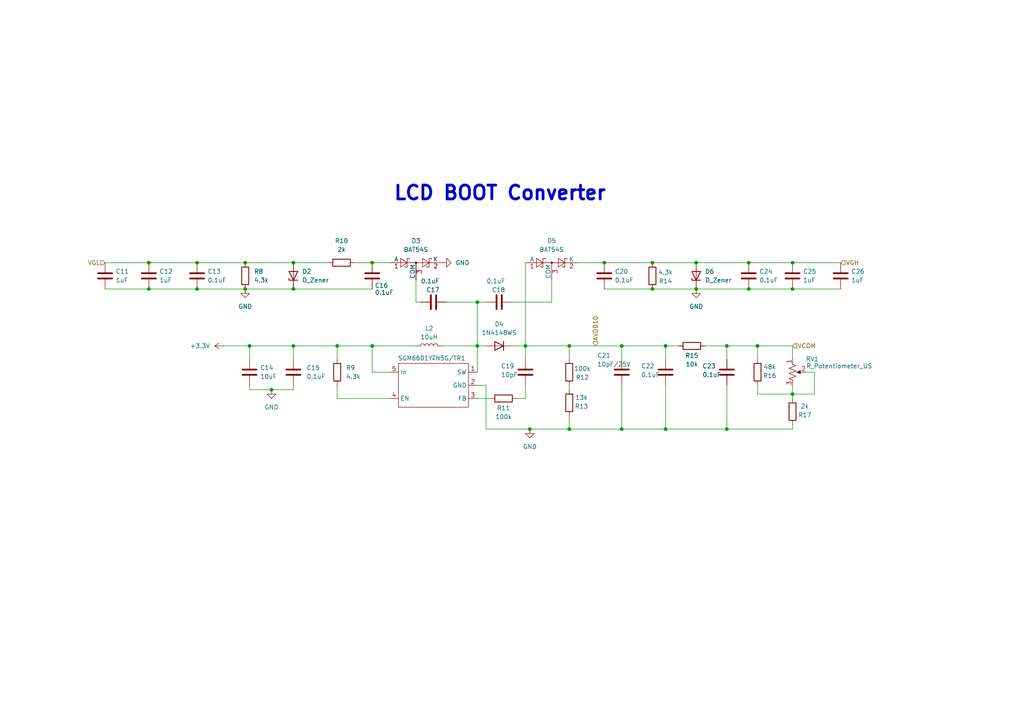
<source format=kicad_sch>
(kicad_sch (version 20231120) (generator "eeschema") (generator_version "8.0")
  (paper "A4")
  (lib_symbols
    (symbol "Device:C" (pin_numbers hide) (pin_names (offset 0.254))
      (property "Reference" "C" (at 0.635 2.54 0))
      (property "Value" "C" (at 0.635 -2.54 0))
      (symbol "C_0_1"
        (polyline (pts (xy -2.032 -0.762) (xy 2.032 -0.762)) (stroke (width 0.508)))
        (polyline (pts (xy -2.032 0.762) (xy 2.032 0.762)) (stroke (width 0.508)))
      )
      (symbol "C_1_1"
        (pin passive line (at 0 3.81 270) (length 2.794) (name "~") (number "1"))
        (pin passive line (at 0 -3.81 90) (length 2.794) (name "~") (number "2"))
      )
    )
    (symbol "Device:D_Zener" (pin_numbers hide) (pin_names (offset 1.016) hide)
      (property "Reference" "D" (at 0 2.54 0))
      (property "Value" "D_Zener" (at 0 -2.54 0))
      (symbol "D_Zener_0_1"
        (polyline (pts (xy 1.27 0) (xy -1.27 0)))
        (polyline (pts (xy -1.27 -1.27) (xy -1.27 1.27) (xy -0.762 1.27)) (stroke (width 0.254)))
        (polyline (pts (xy 1.27 -1.27) (xy 1.27 1.27) (xy -1.27 0) (xy 1.27 -1.27)) (stroke (width 0.254)))
      )
      (symbol "D_Zener_1_1"
        (pin passive line (at -3.81 0 0) (length 2.54) (name "K") (number "1"))
        (pin passive line (at 3.81 0 180) (length 2.54) (name "A") (number "2"))
      )
    )
    (symbol "Device:L" (pin_numbers hide) (pin_names (offset 1.016) hide)
      (property "Reference" "L" (at -1.27 0 90))
      (property "Value" "L" (at 1.905 0 90))
      (symbol "L_0_1"
        (arc (start 0 -2.54) (mid 0.6323 -1.905) (end 0 -1.27))
        (arc (start 0 -1.27) (mid 0.6323 -0.635) (end 0 0))
        (arc (start 0 0) (mid 0.6323 0.635) (end 0 1.27))
        (arc (start 0 1.27) (mid 0.6323 1.905) (end 0 2.54))
      )
      (symbol "L_1_1"
        (pin passive line (at 0 3.81 270) (length 1.27) (name "1") (number "1"))
        (pin passive line (at 0 -3.81 90) (length 1.27) (name "2") (number "2"))
      )
    )
    (symbol "Device:R" (pin_numbers hide) (pin_names (offset 0))
      (property "Reference" "R" (at 2.032 0 90))
      (property "Value" "R" (at 0 0 90))
      (symbol "R_0_1"
        (rectangle (start -1.016 -2.54) (end 1.016 2.54) (stroke (width 0.254)))
      )
      (symbol "R_1_1"
        (pin passive line (at 0 3.81 270) (length 1.27) (name "~") (number "1"))
        (pin passive line (at 0 -3.81 90) (length 1.27) (name "~") (number "2"))
      )
    )
    (symbol "Device:R_Potentiometer_US" (pin_names (offset 1.016) hide)
      (property "Reference" "RV" (at -4.445 0 90))
      (property "Value" "R_Potentiometer_US" (at -2.54 0 90))
      (symbol "R_Potentiometer_US_0_1"
        (polyline (pts (xy 0 -2.286) (xy 0 -2.54)))
        (polyline (pts (xy 0 2.54) (xy 0 2.286)))
        (polyline (pts (xy 2.54 0) (xy 1.524 0)))
        (polyline (pts (xy 1.143 0) (xy 2.286 0.508) (xy 2.286 -0.508) (xy 1.143 0)) (fill (type outline)))
        (polyline (pts (xy 0 -0.762) (xy 1.016 -1.143) (xy 0 -1.524) (xy -1.016 -1.905) (xy 0 -2.286)))
        (polyline (pts (xy 0 0.762) (xy 1.016 0.381) (xy 0 0) (xy -1.016 -0.381) (xy 0 -0.762)))
        (polyline (pts (xy 0 2.286) (xy 1.016 1.905) (xy 0 1.524) (xy -1.016 1.143) (xy 0 0.762)))
      )
      (symbol "R_Potentiometer_US_1_1"
        (pin passive line (at 0 3.81 270) (length 1.27) (name "1") (number "1"))
        (pin passive line (at 3.81 0 180) (length 1.27) (name "2") (number "2"))
        (pin passive line (at 0 -3.81 90) (length 1.27) (name "3") (number "3"))
      )
    )
    (symbol "Diode:1N4148WS" (pin_numbers hide) (pin_names hide)
      (property "Reference" "D" (at 0 2.54 0))
      (property "Value" "1N4148WS" (at 0 -2.54 0))
      (symbol "1N4148WS_0_1"
        (polyline (pts (xy -1.27 1.27) (xy -1.27 -1.27)) (stroke (width 0.254)))
        (polyline (pts (xy 1.27 0) (xy -1.27 0)))
        (polyline (pts (xy 1.27 1.27) (xy 1.27 -1.27) (xy -1.27 0) (xy 1.27 1.27)) (stroke (width 0.254)))
      )
      (symbol "1N4148WS_1_1"
        (pin passive line (at -3.81 0 0) (length 2.54) (name "K") (number "1"))
        (pin passive line (at 3.81 0 180) (length 2.54) (name "A") (number "2"))
      )
    )
    (symbol "Diode:BAT54S" (pin_names (offset 0))
      (property "Reference" "D" (at 2.54 -5.08 0))
      (property "Value" "BAT54S" (at -6.35 3.175 0))
      (symbol "BAT54S_0_1"
        (polyline (pts (xy -3.81 0) (xy -1.27 0)))
        (polyline (pts (xy -3.175 -1.27) (xy -3.175 -1.016)))
        (polyline (pts (xy -2.54 -1.27) (xy -3.175 -1.27)))
        (polyline (pts (xy -2.54 -1.27) (xy -2.54 1.27)))
        (polyline (pts (xy -2.54 1.27) (xy -1.905 1.27)))
        (polyline (pts (xy -1.905 0) (xy 1.905 0)))
        (polyline (pts (xy -1.905 1.27) (xy -1.905 1.016)))
        (polyline (pts (xy 1.27 0) (xy 3.81 0)))
        (polyline (pts (xy 3.175 -1.27) (xy 3.175 -1.016)))
        (polyline (pts (xy 3.81 -1.27) (xy 3.175 -1.27)))
        (polyline (pts (xy 3.81 -1.27) (xy 3.81 1.27)))
        (polyline (pts (xy 3.81 1.27) (xy 4.445 1.27)))
        (polyline (pts (xy 4.445 1.27) (xy 4.445 1.016)))
        (polyline (pts (xy -4.445 1.27) (xy -4.445 -1.27) (xy -2.54 0) (xy -4.445 1.27)))
        (polyline (pts (xy 1.905 1.27) (xy 1.905 -1.27) (xy 3.81 0) (xy 1.905 1.27)))
        (circle (center 0 0) (radius 0.254) (fill (type outline)))
      )
      (symbol "BAT54S_1_1"
        (pin passive line (at -7.62 0 0) (length 3.81) (name "A") (number "1"))
        (pin passive line (at 7.62 0 180) (length 3.81) (name "K") (number "2"))
        (pin passive line (at 0 -5.08 90) (length 5.08) (name "COM") (number "3"))
      )
    )
    (symbol "boot converter-LCD:SGM6601YTN5G/TR"
      (property "Reference" "SGM6601YTN5G/TR" (at 0 2.286 0))
      (symbol "SGM6601YTN5G/TR_0_1"
        (rectangle (start -10.16 0) (end 10.16 -12.7))
      )
      (symbol "SGM6601YTN5G/TR_1_1"
        (pin input line (at 12.7 -2.54 180) (length 2.54) (name "SW") (number "1"))
        (pin input line (at 12.7 -6.35 180) (length 2.54) (name "GND") (number "2"))
        (pin input line (at 12.7 -10.16 180) (length 2.54) (name "FB") (number "3"))
        (pin input line (at -12.7 -10.16 0) (length 2.54) (name "EN") (number "4"))
        (pin input line (at -12.7 -2.54 0) (length 2.54) (name "In") (number "5"))
      )
    )
    (symbol "power:+3.3V" (power) (pin_numbers hide) (pin_names (offset 0) hide)
      (property "Value" "+3.3V" (at 0 3.556 0))
      (symbol "+3.3V_0_1"
        (polyline (pts (xy -0.762 1.27) (xy 0 2.54)))
        (polyline (pts (xy 0 0) (xy 0 2.54)))
        (polyline (pts (xy 0 2.54) (xy 0.762 1.27)))
      )
      (symbol "+3.3V_1_1"
        (pin power_in line (at 0 0 90) (length 0) (name "~") (number "1"))
      )
    )
    (symbol "power:GND" (power) (pin_numbers hide) (pin_names (offset 0) hide)
      (property "Value" "GND" (at 0 -3.81 0))
      (symbol "GND_0_1"
        (polyline (pts (xy 0 0) (xy 0 -1.27) (xy 1.27 -1.27) (xy 0 -2.54) (xy -1.27 -1.27) (xy 0 -1.27)))
      )
      (symbol "GND_1_1"
        (pin power_in line (at 0 0 270) (length 0) (name "~") (number "1"))
      )
    )
  )
  (junction (at 210.82 100.33))
  (junction (at 193.04 100.33))
  (junction (at 201.93 83.82))
  (junction (at 193.04 124.46))
  (junction (at 189.23 76.2))
  (junction (at 43.18 76.2))
  (junction (at 78.74 113.03))
  (junction (at 229.87 114.3))
  (junction (at 180.34 124.46))
  (junction (at 107.95 100.33))
  (junction (at 57.15 83.82))
  (junction (at 175.26 76.2))
  (junction (at 85.09 76.2))
  (junction (at 71.12 83.82))
  (junction (at 210.82 124.46))
  (junction (at 165.1 100.33))
  (junction (at 201.93 76.2))
  (junction (at 97.79 100.33))
  (junction (at 152.4 100.33))
  (junction (at 189.23 83.82))
  (junction (at 219.71 100.33))
  (junction (at 165.1 124.46))
  (junction (at 57.15 76.2))
  (junction (at 229.87 76.2))
  (junction (at 180.34 100.33))
  (junction (at 138.43 87.63))
  (junction (at 85.09 100.33))
  (junction (at 43.18 83.82))
  (junction (at 138.43 100.33))
  (junction (at 71.12 76.2))
  (junction (at 153.67 124.46))
  (junction (at 229.87 83.82))
  (junction (at 217.17 76.2))
  (junction (at 107.95 76.2))
  (junction (at 217.17 83.82))
  (junction (at 85.09 83.82))
  (junction (at 72.39 100.33))
  (wire (pts (xy 175.26 83.82) (xy 189.23 83.82)))
  (wire (pts (xy 210.82 124.46) (xy 193.04 124.46)))
  (wire (pts (xy 57.15 76.2) (xy 71.12 76.2)))
  (wire (pts (xy 152.4 100.33) (xy 152.4 104.14)))
  (wire (pts (xy 165.1 104.14) (xy 165.1 100.33)))
  (wire (pts (xy 189.23 76.2) (xy 201.93 76.2)))
  (wire (pts (xy 129.54 87.63) (xy 138.43 87.63)))
  (wire (pts (xy 152.4 76.2) (xy 152.4 100.33)))
  (wire (pts (xy 142.24 115.57) (xy 138.43 115.57)))
  (wire (pts (xy 219.71 114.3) (xy 219.71 111.76)))
  (wire (pts (xy 85.09 104.14) (xy 85.09 100.33)))
  (wire (pts (xy 85.09 113.03) (xy 85.09 111.76)))
  (wire (pts (xy 193.04 111.76) (xy 193.04 124.46)))
  (wire (pts (xy 160.02 87.63) (xy 160.02 81.28)))
  (wire (pts (xy 229.87 124.46) (xy 210.82 124.46)))
  (wire (pts (xy 43.18 83.82) (xy 57.15 83.82)))
  (wire (pts (xy 193.04 100.33) (xy 196.85 100.33)))
  (wire (pts (xy 30.48 76.2) (xy 43.18 76.2)))
  (wire (pts (xy 217.17 76.2) (xy 229.87 76.2)))
  (wire (pts (xy 180.34 100.33) (xy 165.1 100.33)))
  (wire (pts (xy 107.95 100.33) (xy 120.65 100.33)))
  (wire (pts (xy 85.09 100.33) (xy 97.79 100.33)))
  (wire (pts (xy 140.97 111.76) (xy 140.97 124.46)))
  (wire (pts (xy 201.93 83.82) (xy 217.17 83.82)))
  (wire (pts (xy 138.43 100.33) (xy 140.97 100.33)))
  (wire (pts (xy 85.09 76.2) (xy 95.25 76.2)))
  (wire (pts (xy 71.12 76.2) (xy 85.09 76.2)))
  (wire (pts (xy 138.43 87.63) (xy 138.43 100.33)))
  (wire (pts (xy 153.67 124.46) (xy 165.1 124.46)))
  (wire (pts (xy 107.95 107.95) (xy 107.95 100.33)))
  (wire (pts (xy 97.79 115.57) (xy 97.79 111.76)))
  (wire (pts (xy 219.71 114.3) (xy 229.87 114.3)))
  (wire (pts (xy 180.34 111.76) (xy 180.34 124.46)))
  (wire (pts (xy 236.22 107.95) (xy 236.22 114.3)))
  (wire (pts (xy 57.15 83.82) (xy 71.12 83.82)))
  (wire (pts (xy 165.1 124.46) (xy 180.34 124.46)))
  (wire (pts (xy 97.79 104.14) (xy 97.79 100.33)))
  (wire (pts (xy 107.95 76.2) (xy 113.03 76.2)))
  (wire (pts (xy 210.82 100.33) (xy 210.82 104.14)))
  (wire (pts (xy 167.64 76.2) (xy 175.26 76.2)))
  (wire (pts (xy 236.22 114.3) (xy 229.87 114.3)))
  (wire (pts (xy 30.48 83.82) (xy 43.18 83.82)))
  (wire (pts (xy 229.87 123.19) (xy 229.87 124.46)))
  (wire (pts (xy 210.82 111.76) (xy 210.82 124.46)))
  (wire (pts (xy 102.87 76.2) (xy 107.95 76.2)))
  (wire (pts (xy 229.87 83.82) (xy 243.84 83.82)))
  (wire (pts (xy 72.39 100.33) (xy 85.09 100.33)))
  (wire (pts (xy 148.59 87.63) (xy 160.02 87.63)))
  (wire (pts (xy 72.39 111.76) (xy 72.39 113.03)))
  (wire (pts (xy 152.4 100.33) (xy 165.1 100.33)))
  (wire (pts (xy 180.34 104.14) (xy 180.34 100.33)))
  (wire (pts (xy 189.23 83.82) (xy 201.93 83.82)))
  (wire (pts (xy 149.86 115.57) (xy 152.4 115.57)))
  (wire (pts (xy 180.34 100.33) (xy 193.04 100.33)))
  (wire (pts (xy 78.74 113.03) (xy 85.09 113.03)))
  (wire (pts (xy 180.34 124.46) (xy 193.04 124.46)))
  (wire (pts (xy 152.4 100.33) (xy 148.59 100.33)))
  (wire (pts (xy 219.71 100.33) (xy 210.82 100.33)))
  (wire (pts (xy 140.97 124.46) (xy 153.67 124.46)))
  (wire (pts (xy 193.04 104.14) (xy 193.04 100.33)))
  (wire (pts (xy 113.03 107.95) (xy 107.95 107.95)))
  (wire (pts (xy 72.39 113.03) (xy 78.74 113.03)))
  (wire (pts (xy 64.77 100.33) (xy 72.39 100.33)))
  (wire (pts (xy 233.68 107.95) (xy 236.22 107.95)))
  (wire (pts (xy 229.87 115.57) (xy 229.87 114.3)))
  (wire (pts (xy 229.87 114.3) (xy 229.87 111.76)))
  (wire (pts (xy 140.97 87.63) (xy 138.43 87.63)))
  (wire (pts (xy 175.26 76.2) (xy 189.23 76.2)))
  (wire (pts (xy 229.87 76.2) (xy 243.84 76.2)))
  (wire (pts (xy 229.87 100.33) (xy 229.87 104.14)))
  (wire (pts (xy 138.43 111.76) (xy 140.97 111.76)))
  (wire (pts (xy 121.92 87.63) (xy 120.65 87.63)))
  (wire (pts (xy 219.71 100.33) (xy 229.87 100.33)))
  (wire (pts (xy 201.93 76.2) (xy 217.17 76.2)))
  (wire (pts (xy 165.1 120.65) (xy 165.1 124.46)))
  (wire (pts (xy 71.12 83.82) (xy 85.09 83.82)))
  (wire (pts (xy 97.79 100.33) (xy 107.95 100.33)))
  (wire (pts (xy 43.18 76.2) (xy 57.15 76.2)))
  (wire (pts (xy 85.09 83.82) (xy 107.95 83.82)))
  (wire (pts (xy 97.79 115.57) (xy 113.03 115.57)))
  (wire (pts (xy 219.71 104.14) (xy 219.71 100.33)))
  (wire (pts (xy 138.43 100.33) (xy 138.43 107.95)))
  (wire (pts (xy 165.1 111.76) (xy 165.1 113.03)))
  (wire (pts (xy 128.27 100.33) (xy 138.43 100.33)))
  (wire (pts (xy 152.4 115.57) (xy 152.4 111.76)))
  (wire (pts (xy 217.17 83.82) (xy 229.87 83.82)))
  (wire (pts (xy 120.65 87.63) (xy 120.65 81.28)))
  (wire (pts (xy 204.47 100.33) (xy 210.82 100.33)))
  (wire (pts (xy 72.39 100.33) (xy 72.39 104.14)))
  (text "LCD BOOT Converter " (at 146.558 56.134 0) (effects (font (size 4 4) (thickness 0.8) (bold yes))))
  (hierarchical_label "VCOM" (shape input) (at 229.87 100.33 0))
  (hierarchical_label "VGH" (shape input) (at 243.84 76.2 0))
  (hierarchical_label "AVDD10" (shape input) (at 172.72 100.33 90))
  (hierarchical_label "VGL" (shape input) (at 30.48 76.2 180))
  (symbol (lib_id "Device:C") (at 144.78 87.63 90) (unit 1)
    (property "Reference" "C18" (at 146.558 84.074 90) (effects (justify left)))
    (property "Value" "0.1uF" (at 146.558 81.534 90) (effects (justify left)))
    (property "Footprint" "Capacitor_SMD:C_0603_1608Metric" (effects (hide yes)))
    (property "Description" "Unpolarized capacitor" (effects (hide yes)))
  )
  (symbol (lib_id "power:GND") (at 128.27 76.2 90) (unit 1)
    (property "Reference" "#PWR024" (effects (hide yes)))
    (property "Value" "GND" (at 132.08 76.1999 90) (effects (justify right)))
    (property "Description" "Power symbol creates a global label with name \"GND\" , ground" (effects (hide yes)))
  )
  (symbol (lib_id "Device:D_Zener") (at 85.09 80.01 90) (unit 1)
    (property "Reference" "D2" (at 87.63 78.7399 90) (effects (justify right)))
    (property "Value" "D_Zener" (at 87.63 81.2799 90) (effects (justify right)))
    (property "Footprint" "Diode_SMD:D_SMA" (effects (hide yes)))
    (property "Description" "Zener diode" (effects (hide yes)))
  )
  (symbol (lib_id "Device:R") (at 146.05 115.57 90) (unit 1)
    (property "Reference" "R11" (at 146.05 118.364 90))
    (property "Value" "100k" (at 146.05 120.904 90))
    (property "Footprint" "Resistor_SMD:R_0603_1608Metric" (effects (hide yes)))
    (property "Description" "Resistor" (effects (hide yes)))
  )
  (symbol (lib_id "boot converter-LCD:SGM6601YTN5G/TR") (at 125.73 105.41 0) (unit 1)
    (property "Reference" "SGM6601YTN5G/TR1" (at 125.222 103.886 0))
    (property "Value" "~" (at 125.73 104.14 0))
    (property "Footprint" "Package_TO_SOT_SMD:SOT-23-5" (effects (hide yes)))
  )
  (symbol (lib_id "Device:C") (at 72.39 107.95 0) (unit 1)
    (property "Reference" "C14" (at 75.438 106.68 0) (effects (justify left)))
    (property "Value" "10uF" (at 75.438 109.22 0) (effects (justify left)))
    (property "Footprint" "Capacitor_SMD:C_0603_1608Metric" (effects (hide yes)))
    (property "Description" "Unpolarized capacitor" (effects (hide yes)))
  )
  (symbol (lib_id "Device:C") (at 125.73 87.63 90) (unit 1)
    (property "Reference" "C17" (at 127.508 84.074 90) (effects (justify left)))
    (property "Value" "0.1uF" (at 127.508 81.534 90) (effects (justify left)))
    (property "Footprint" "Capacitor_SMD:C_0603_1608Metric" (effects (hide yes)))
    (property "Description" "Unpolarized capacitor" (effects (hide yes)))
  )
  (symbol (lib_id "Device:C") (at 43.18 80.01 0) (unit 1)
    (property "Reference" "C12" (at 46.228 78.74 0) (effects (justify left)))
    (property "Value" "1uF" (at 46.228 81.28 0) (effects (justify left)))
    (property "Footprint" "Capacitor_SMD:C_0603_1608Metric" (effects (hide yes)))
    (property "Description" "Unpolarized capacitor" (effects (hide yes)))
  )
  (symbol (lib_id "Device:C") (at 180.34 107.95 0) (unit 1)
    (property "Reference" "C21" (at 173.228 103.124 0) (effects (justify left)))
    (property "Value" "10pF/25V" (at 173.228 105.664 0) (effects (justify left)))
    (property "Footprint" "Capacitor_SMD:C_0805_2012Metric" (effects (hide yes)))
    (property "Description" "Unpolarized capacitor" (effects (hide yes)))
  )
  (symbol (lib_id "Device:R") (at 165.1 107.95 180) (unit 1)
    (property "Reference" "R12" (at 168.91 109.474 0))
    (property "Value" "100k" (at 168.91 106.934 0))
    (property "Footprint" "Resistor_SMD:R_0603_1608Metric" (effects (hide yes)))
    (property "Description" "Resistor" (effects (hide yes)))
  )
  (symbol (lib_id "Device:C") (at 107.95 80.01 0) (unit 1)
    (property "Reference" "C16" (at 108.712 82.804 0) (effects (justify left)))
    (property "Value" "0.1uF" (at 108.712 84.836 0) (effects (justify left)))
    (property "Footprint" "Capacitor_SMD:C_0603_1608Metric" (effects (hide yes)))
    (property "Description" "Unpolarized capacitor" (effects (hide yes)))
  )
  (symbol (lib_id "Device:D_Zener") (at 201.93 80.01 90) (unit 1)
    (property "Reference" "D6" (at 204.47 78.7399 90) (effects (justify right)))
    (property "Value" "D_Zener" (at 204.47 81.2799 90) (effects (justify right)))
    (property "Footprint" "Diode_SMD:D_SMA" (effects (hide yes)))
    (property "Description" "Zener diode" (effects (hide yes)))
  )
  (symbol (lib_id "Device:R") (at 219.71 107.95 180) (unit 1)
    (property "Reference" "R16" (at 223.266 108.966 0))
    (property "Value" "48k" (at 223.266 106.426 0))
    (property "Footprint" "Resistor_SMD:R_0603_1608Metric" (effects (hide yes)))
    (property "Description" "Resistor" (effects (hide yes)))
  )
  (symbol (lib_id "Device:C") (at 175.26 80.01 0) (unit 1)
    (property "Reference" "C20" (at 178.308 78.74 0) (effects (justify left)))
    (property "Value" "0.1uF" (at 178.308 81.28 0) (effects (justify left)))
    (property "Footprint" "Capacitor_SMD:C_0603_1608Metric" (effects (hide yes)))
    (property "Description" "Unpolarized capacitor" (effects (hide yes)))
  )
  (symbol (lib_id "Device:R") (at 71.12 80.01 0) (unit 1)
    (property "Reference" "R8" (at 73.66 78.7399 0) (effects (justify left)))
    (property "Value" "4.3k" (at 73.66 81.2799 0) (effects (justify left)))
    (property "Footprint" "Resistor_SMD:R_0603_1608Metric" (effects (hide yes)))
    (property "Description" "Resistor" (effects (hide yes)))
  )
  (symbol (lib_id "Device:C") (at 57.15 80.01 0) (unit 1)
    (property "Reference" "C13" (at 60.198 78.74 0) (effects (justify left)))
    (property "Value" "0.1uF" (at 60.198 81.28 0) (effects (justify left)))
    (property "Footprint" "Capacitor_SMD:C_0603_1608Metric" (effects (hide yes)))
    (property "Description" "Unpolarized capacitor" (effects (hide yes)))
  )
  (symbol (lib_id "Device:R") (at 97.79 107.95 0) (unit 1)
    (property "Reference" "R9" (at 100.33 106.6799 0) (effects (justify left)))
    (property "Value" "4.3k" (at 100.33 109.2199 0) (effects (justify left)))
    (property "Footprint" "Resistor_SMD:R_0603_1608Metric" (effects (hide yes)))
    (property "Description" "Resistor" (effects (hide yes)))
  )
  (symbol (lib_id "Device:C") (at 85.09 107.95 0) (unit 1)
    (property "Reference" "C15" (at 88.9 106.6799 0) (effects (justify left)))
    (property "Value" "0.1uF" (at 88.9 109.2199 0) (effects (justify left)))
    (property "Footprint" "Capacitor_SMD:C_0603_1608Metric" (effects (hide yes)))
    (property "Description" "Unpolarized capacitor" (effects (hide yes)))
  )
  (symbol (lib_id "Device:R") (at 165.1 116.84 180) (unit 1)
    (property "Reference" "R13" (at 168.656 117.856 0))
    (property "Value" "13k" (at 168.656 115.316 0))
    (property "Footprint" "Resistor_SMD:R_0603_1608Metric" (effects (hide yes)))
    (property "Description" "Resistor" (effects (hide yes)))
  )
  (symbol (lib_id "Device:C") (at 229.87 80.01 0) (unit 1)
    (property "Reference" "C25" (at 232.918 78.74 0) (effects (justify left)))
    (property "Value" "1uF" (at 232.918 81.28 0) (effects (justify left)))
    (property "Footprint" "Capacitor_SMD:C_0603_1608Metric" (effects (hide yes)))
    (property "Description" "Unpolarized capacitor" (effects (hide yes)))
  )
  (symbol (lib_id "Device:R") (at 189.23 80.01 180) (unit 1)
    (property "Reference" "R14" (at 193.04 81.534 0))
    (property "Value" "4.3k" (at 193.04 78.994 0))
    (property "Footprint" "Resistor_SMD:R_0603_1608Metric" (effects (hide yes)))
    (property "Description" "Resistor" (effects (hide yes)))
  )
  (symbol (lib_id "Diode:BAT54S") (at 160.02 76.2 0) (unit 1)
    (property "Reference" "D5" (at 160.02 69.85 0))
    (property "Value" "BAT54S" (at 160.02 72.39 0))
    (property "Footprint" "Package_TO_SOT_SMD:SOT-23" (effects (hide yes)))
    (property "Datasheet" "https://www.diodes.com/assets/Datasheets/ds11005.pdf" (effects (hide yes)))
    (property "Description" "Vr 30V, If 200mA, Dual schottky barrier diode, in series, SOT-323" (effects (hide yes)))
  )
  (symbol (lib_id "Device:C") (at 193.04 107.95 0) (unit 1)
    (property "Reference" "C22" (at 185.928 106.172 0) (effects (justify left)))
    (property "Value" "0.1uF" (at 185.928 108.712 0) (effects (justify left)))
    (property "Footprint" "Capacitor_SMD:C_0603_1608Metric" (effects (hide yes)))
    (property "Description" "Unpolarized capacitor" (effects (hide yes)))
  )
  (symbol (lib_id "Device:C") (at 152.4 107.95 0) (unit 1)
    (property "Reference" "C19" (at 145.288 106.172 0) (effects (justify left)))
    (property "Value" "10pF" (at 145.288 108.712 0) (effects (justify left)))
    (property "Footprint" "Capacitor_SMD:C_0603_1608Metric" (effects (hide yes)))
    (property "Description" "Unpolarized capacitor" (effects (hide yes)))
  )
  (symbol (lib_id "Device:R_Potentiometer_US") (at 229.87 107.95 0) (unit 1)
    (property "Reference" "RV1" (at 237.49 104.14 0) (effects (justify right)))
    (property "Value" "R_Potentiometer_US" (at 252.984 106.172 0) (effects (justify right)))
    (property "Footprint" "Potentiometer_THT:Potentiometer_Bourns_3296W_Vertical" (effects (hide yes)))
    (property "Description" "Potentiometer, US symbol" (effects (hide yes)))
  )
  (symbol (lib_id "Diode:1N4148WS") (at 144.78 100.33 180) (unit 1)
    (property "Reference" "D4" (at 144.78 93.98 0))
    (property "Value" "1N4148WS" (at 144.78 96.52 0))
    (property "Footprint" "Diode_SMD:D_SOD-323" (effects (hide yes)))
    (property "Datasheet" "https://www.vishay.com/docs/85751/1n4148ws.pdf" (effects (hide yes)))
    (property "Description" "75V 0.15A Fast switching Diode, SOD-323" (effects (hide yes)))
    (property "Sim.Device" "D" (effects (hide yes)))
    (property "Sim.Pins" "1=K 2=A" (effects (hide yes)))
  )
  (symbol (lib_id "power:GND") (at 153.67 124.46 0) (unit 1)
    (property "Reference" "#PWR025" (effects (hide yes)))
    (property "Value" "GND" (at 153.67 129.54 0))
    (property "Description" "Power symbol creates a global label with name \"GND\" , ground" (effects (hide yes)))
  )
  (symbol (lib_id "power:+3.3V") (at 64.77 100.33 90) (unit 1)
    (property "Reference" "#PWR021" (effects (hide yes)))
    (property "Value" "+3.3V" (at 60.96 100.3299 90) (effects (justify left)))
    (property "Description" "Power symbol creates a global label with name \"+3.3V\"" (effects (hide yes)))
  )
  (symbol (lib_id "power:GND") (at 78.74 113.03 0) (unit 1)
    (property "Reference" "#PWR023" (effects (hide yes)))
    (property "Value" "GND" (at 78.74 118.11 0))
    (property "Description" "Power symbol creates a global label with name \"GND\" , ground" (effects (hide yes)))
  )
  (symbol (lib_id "Device:R") (at 200.66 100.33 90) (unit 1)
    (property "Reference" "R15" (at 200.66 103.124 90))
    (property "Value" "10k" (at 200.66 105.664 90))
    (property "Footprint" "Resistor_SMD:R_0603_1608Metric" (effects (hide yes)))
    (property "Description" "Resistor" (effects (hide yes)))
  )
  (symbol (lib_id "Device:R") (at 99.06 76.2 90) (unit 1)
    (property "Reference" "R10" (at 99.06 69.85 90))
    (property "Value" "2k" (at 99.06 72.39 90))
    (property "Footprint" "Resistor_SMD:R_0603_1608Metric" (effects (hide yes)))
    (property "Description" "Resistor" (effects (hide yes)))
  )
  (symbol (lib_id "power:GND") (at 71.12 83.82 0) (unit 1)
    (property "Reference" "#PWR022" (effects (hide yes)))
    (property "Value" "GND" (at 71.12 88.9 0))
    (property "Description" "Power symbol creates a global label with name \"GND\" , ground" (effects (hide yes)))
  )
  (symbol (lib_id "Device:L") (at 124.46 100.33 90) (unit 1)
    (property "Reference" "L2" (at 124.46 95.25 90))
    (property "Value" "10uH" (at 124.46 97.79 90))
    (property "Footprint" "Inductor_SMD:L_Bourns_SRR1260" (effects (hide yes)))
    (property "Description" "Inductor" (effects (hide yes)))
  )
  (symbol (lib_id "Device:R") (at 229.87 119.38 180) (unit 1)
    (property "Reference" "R17" (at 233.426 120.396 0))
    (property "Value" "2k" (at 233.426 117.856 0))
    (property "Footprint" "Resistor_SMD:R_0603_1608Metric" (effects (hide yes)))
    (property "Description" "Resistor" (effects (hide yes)))
  )
  (symbol (lib_id "Diode:BAT54S") (at 120.65 76.2 0) (unit 1)
    (property "Reference" "D3" (at 120.65 69.85 0))
    (property "Value" "BAT54S" (at 120.65 72.39 0))
    (property "Footprint" "Package_TO_SOT_SMD:SOT-23" (effects (hide yes)))
    (property "Datasheet" "https://www.diodes.com/assets/Datasheets/ds11005.pdf" (effects (hide yes)))
    (property "Description" "Vr 30V, If 200mA, Dual schottky barrier diode, in series, SOT-323" (effects (hide yes)))
  )
  (symbol (lib_id "Device:C") (at 243.84 80.01 0) (unit 1)
    (property "Reference" "C26" (at 246.888 78.74 0) (effects (justify left)))
    (property "Value" "1uF" (at 246.888 81.28 0) (effects (justify left)))
    (property "Footprint" "Capacitor_SMD:C_0603_1608Metric" (effects (hide yes)))
    (property "Description" "Unpolarized capacitor" (effects (hide yes)))
  )
  (symbol (lib_id "Device:C") (at 30.48 80.01 0) (unit 1)
    (property "Reference" "C11" (at 33.528 78.74 0) (effects (justify left)))
    (property "Value" "1uF" (at 33.528 81.28 0) (effects (justify left)))
    (property "Footprint" "Capacitor_SMD:C_0603_1608Metric" (effects (hide yes)))
    (property "Description" "Unpolarized capacitor" (effects (hide yes)))
  )
  (symbol (lib_id "power:GND") (at 201.93 83.82 0) (unit 1)
    (property "Reference" "#PWR026" (effects (hide yes)))
    (property "Value" "GND" (at 201.93 88.9 0))
    (property "Description" "Power symbol creates a global label with name \"GND\" , ground" (effects (hide yes)))
  )
  (symbol (lib_id "Device:C") (at 210.82 107.95 0) (unit 1)
    (property "Reference" "C23" (at 203.708 106.172 0) (effects (justify left)))
    (property "Value" "0.1uF" (at 203.708 108.712 0) (effects (justify left)))
    (property "Footprint" "Capacitor_SMD:C_0603_1608Metric" (effects (hide yes)))
    (property "Description" "Unpolarized capacitor" (effects (hide yes)))
  )
  (symbol (lib_id "Device:C") (at 217.17 80.01 0) (unit 1)
    (property "Reference" "C24" (at 220.218 78.74 0) (effects (justify left)))
    (property "Value" "0.1uF" (at 220.218 81.28 0) (effects (justify left)))
    (property "Footprint" "Capacitor_SMD:C_0603_1608Metric" (effects (hide yes)))
    (property "Description" "Unpolarized capacitor" (effects (hide yes)))
  )
)
</source>
